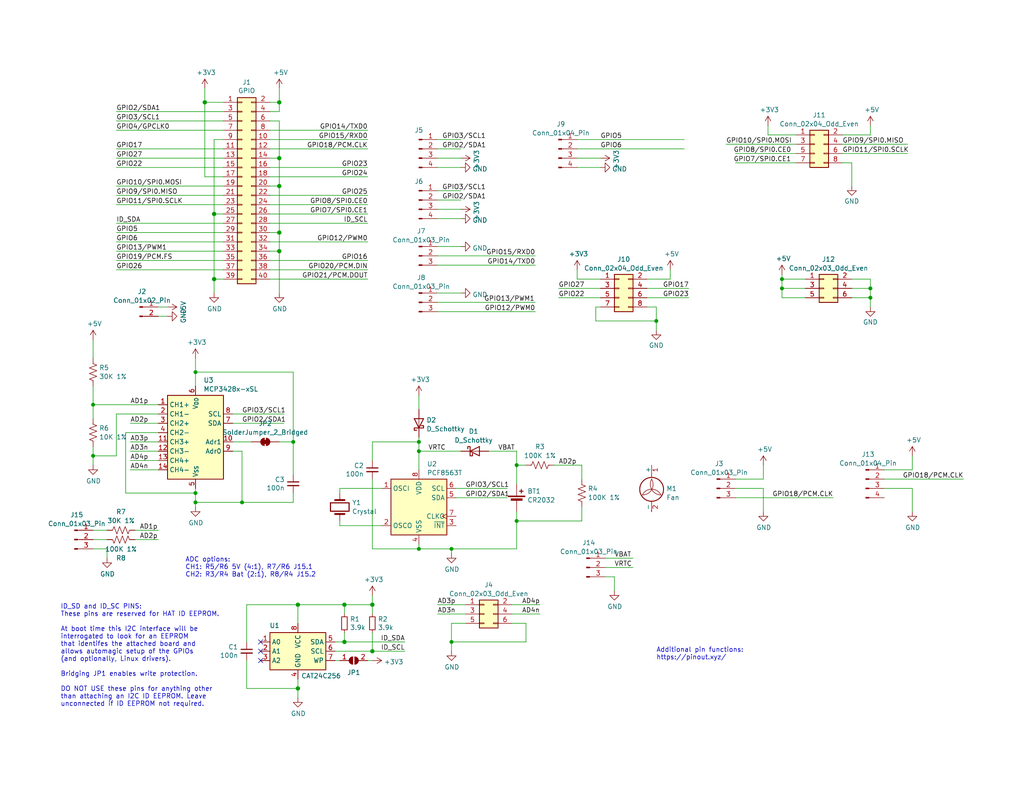
<source format=kicad_sch>
(kicad_sch (version 20231120) (generator "eeschema") (generator_version "8.0")
  (paper "A")
  (title_block (title "Raspberry Pi Essential Connectivity hat") (date "2024-05-03") (rev "1.1") (company "© 2024 Stephen A. Cavilia, CC BY-SA"))
  (lib_symbols
    (symbol "Analog_ADC:MCP3428x-xSL"
      (property "Reference" "U" (at -6.35 11.43 0))
      (property "Value" "MCP3428x-xSL" (at 1.27 11.43 0))
      (symbol "MCP3428x-xSL_1_1"
        (pin input line (at -10.16 7.62 0) (length 2.54) (name "CH1+") (number "1"))
        (pin input line (at 10.16 -2.54 180) (length 2.54) (name "Adr1") (number "10"))
        (pin input line (at -10.16 -2.54 0) (length 2.54) (name "CH3+") (number "11"))
        (pin input line (at -10.16 -5.08 0) (length 2.54) (name "CH3-") (number "12"))
        (pin input line (at -10.16 -7.62 0) (length 2.54) (name "CH4+") (number "13"))
        (pin input line (at -10.16 -10.16 0) (length 2.54) (name "CH4-") (number "14"))
        (pin input line (at -10.16 5.08 0) (length 2.54) (name "CH1-") (number "2"))
        (pin input line (at -10.16 2.54 0) (length 2.54) (name "CH2+") (number "3"))
        (pin input line (at -10.16 0 0) (length 2.54) (name "CH2-") (number "4"))
        (pin power_in line (at 0 -15.24 90) (length 2.54) (name "V_{SS}") (number "5"))
        (pin power_in line (at 0 12.7 270) (length 2.54) (name "V_{DD}") (number "6"))
        (pin bidirectional line (at 10.16 2.54 180) (length 2.54) (name "SDA") (number "7"))
        (pin input line (at 10.16 5.08 180) (length 2.54) (name "SCL") (number "8"))
        (pin input line (at 10.16 -5.08 180) (length 2.54) (name "Adr0") (number "9"))
      )
    )
    (symbol "Connector:Conn_01x02_Pin" (pin_names (offset 1.016) hide)
      (property "Reference" "J" (at 0 2.54 0))
      (property "Value" "Conn_01x02_Pin" (at 0 -5.08 0))
      (symbol "Conn_01x02_Pin_1_1"
        (pin passive line (at 5.08 0 180) (length 3.81) (name "Pin_1") (number "1"))
        (pin passive line (at 5.08 -2.54 180) (length 3.81) (name "Pin_2") (number "2"))
      )
    )
    (symbol "Connector:Conn_01x03_Pin" (pin_names (offset 1.016) hide)
      (property "Reference" "J" (at 0 5.08 0))
      (property "Value" "Conn_01x03_Pin" (at 0 -5.08 0))
      (symbol "Conn_01x03_Pin_1_1"
        (pin passive line (at 5.08 2.54 180) (length 3.81) (name "Pin_1") (number "1"))
        (pin passive line (at 5.08 0 180) (length 3.81) (name "Pin_2") (number "2"))
        (pin passive line (at 5.08 -2.54 180) (length 3.81) (name "Pin_3") (number "3"))
      )
    )
    (symbol "Connector:Conn_01x04_Male" (pin_names (offset 1.016) hide)
      (property "Reference" "J" (at 0 5.08 0))
      (property "Value" "Conn_01x04_Male" (at 0 -7.62 0))
      (symbol "Conn_01x04_Male_1_1"
        (pin passive line (at 5.08 2.54 180) (length 3.81) (name "Pin_1") (number "1"))
        (pin passive line (at 5.08 0 180) (length 3.81) (name "Pin_2") (number "2"))
        (pin passive line (at 5.08 -2.54 180) (length 3.81) (name "Pin_3") (number "3"))
        (pin passive line (at 5.08 -5.08 180) (length 3.81) (name "Pin_4") (number "4"))
      )
    )
    (symbol "Connector:Conn_01x04_Pin" (pin_names (offset 1.016) hide)
      (property "Reference" "J" (at 0 5.08 0))
      (property "Value" "Conn_01x04_Pin" (at 0 -7.62 0))
      (symbol "Conn_01x04_Pin_1_1"
        (pin passive line (at 5.08 2.54 180) (length 3.81) (name "Pin_1") (number "1"))
        (pin passive line (at 5.08 0 180) (length 3.81) (name "Pin_2") (number "2"))
        (pin passive line (at 5.08 -2.54 180) (length 3.81) (name "Pin_3") (number "3"))
        (pin passive line (at 5.08 -5.08 180) (length 3.81) (name "Pin_4") (number "4"))
      )
    )
    (symbol "Connector_Generic:Conn_02x03_Odd_Even" (pin_names (offset 1.016) hide)
      (property "Reference" "J" (at 1.27 5.08 0))
      (property "Value" "Conn_02x03_Odd_Even" (at 1.27 -5.08 0))
      (symbol "Conn_02x03_Odd_Even_1_1"
        (pin passive line (at -5.08 2.54 0) (length 3.81) (name "Pin_1") (number "1"))
        (pin passive line (at 7.62 2.54 180) (length 3.81) (name "Pin_2") (number "2"))
        (pin passive line (at -5.08 0 0) (length 3.81) (name "Pin_3") (number "3"))
        (pin passive line (at 7.62 0 180) (length 3.81) (name "Pin_4") (number "4"))
        (pin passive line (at -5.08 -2.54 0) (length 3.81) (name "Pin_5") (number "5"))
        (pin passive line (at 7.62 -2.54 180) (length 3.81) (name "Pin_6") (number "6"))
      )
    )
    (symbol "Connector_Generic:Conn_02x04_Odd_Even" (pin_names (offset 1.016) hide)
      (property "Reference" "J" (at 1.27 5.08 0))
      (property "Value" "Conn_02x04_Odd_Even" (at 1.27 -7.62 0))
      (symbol "Conn_02x04_Odd_Even_1_1"
        (pin passive line (at -5.08 2.54 0) (length 3.81) (name "Pin_1") (number "1"))
        (pin passive line (at 7.62 2.54 180) (length 3.81) (name "Pin_2") (number "2"))
        (pin passive line (at -5.08 0 0) (length 3.81) (name "Pin_3") (number "3"))
        (pin passive line (at 7.62 0 180) (length 3.81) (name "Pin_4") (number "4"))
        (pin passive line (at -5.08 -2.54 0) (length 3.81) (name "Pin_5") (number "5"))
        (pin passive line (at 7.62 -2.54 180) (length 3.81) (name "Pin_6") (number "6"))
        (pin passive line (at -5.08 -5.08 0) (length 3.81) (name "Pin_7") (number "7"))
        (pin passive line (at 7.62 -5.08 180) (length 3.81) (name "Pin_8") (number "8"))
      )
    )
    (symbol "Connector_Generic:Conn_02x20_Odd_Even" (pin_names (offset 1.016) hide)
      (property "Reference" "J" (at 1.27 25.4 0))
      (property "Value" "Conn_02x20_Odd_Even" (at 1.27 -27.94 0))
      (symbol "Conn_02x20_Odd_Even_1_1"
        (pin passive line (at -5.08 22.86 0) (length 3.81) (name "Pin_1") (number "1"))
        (pin passive line (at 7.62 12.7 180) (length 3.81) (name "Pin_10") (number "10"))
        (pin passive line (at -5.08 10.16 0) (length 3.81) (name "Pin_11") (number "11"))
        (pin passive line (at 7.62 10.16 180) (length 3.81) (name "Pin_12") (number "12"))
        (pin passive line (at -5.08 7.62 0) (length 3.81) (name "Pin_13") (number "13"))
        (pin passive line (at 7.62 7.62 180) (length 3.81) (name "Pin_14") (number "14"))
        (pin passive line (at -5.08 5.08 0) (length 3.81) (name "Pin_15") (number "15"))
        (pin passive line (at 7.62 5.08 180) (length 3.81) (name "Pin_16") (number "16"))
        (pin passive line (at -5.08 2.54 0) (length 3.81) (name "Pin_17") (number "17"))
        (pin passive line (at 7.62 2.54 180) (length 3.81) (name "Pin_18") (number "18"))
        (pin passive line (at -5.08 0 0) (length 3.81) (name "Pin_19") (number "19"))
        (pin passive line (at 7.62 22.86 180) (length 3.81) (name "Pin_2") (number "2"))
        (pin passive line (at 7.62 0 180) (length 3.81) (name "Pin_20") (number "20"))
        (pin passive line (at -5.08 -2.54 0) (length 3.81) (name "Pin_21") (number "21"))
        (pin passive line (at 7.62 -2.54 180) (length 3.81) (name "Pin_22") (number "22"))
        (pin passive line (at -5.08 -5.08 0) (length 3.81) (name "Pin_23") (number "23"))
        (pin passive line (at 7.62 -5.08 180) (length 3.81) (name "Pin_24") (number "24"))
        (pin passive line (at -5.08 -7.62 0) (length 3.81) (name "Pin_25") (number "25"))
        (pin passive line (at 7.62 -7.62 180) (length 3.81) (name "Pin_26") (number "26"))
        (pin passive line (at -5.08 -10.16 0) (length 3.81) (name "Pin_27") (number "27"))
        (pin passive line (at 7.62 -10.16 180) (length 3.81) (name "Pin_28") (number "28"))
        (pin passive line (at -5.08 -12.7 0) (length 3.81) (name "Pin_29") (number "29"))
        (pin passive line (at -5.08 20.32 0) (length 3.81) (name "Pin_3") (number "3"))
        (pin passive line (at 7.62 -12.7 180) (length 3.81) (name "Pin_30") (number "30"))
        (pin passive line (at -5.08 -15.24 0) (length 3.81) (name "Pin_31") (number "31"))
        (pin passive line (at 7.62 -15.24 180) (length 3.81) (name "Pin_32") (number "32"))
        (pin passive line (at -5.08 -17.78 0) (length 3.81) (name "Pin_33") (number "33"))
        (pin passive line (at 7.62 -17.78 180) (length 3.81) (name "Pin_34") (number "34"))
        (pin passive line (at -5.08 -20.32 0) (length 3.81) (name "Pin_35") (number "35"))
        (pin passive line (at 7.62 -20.32 180) (length 3.81) (name "Pin_36") (number "36"))
        (pin passive line (at -5.08 -22.86 0) (length 3.81) (name "Pin_37") (number "37"))
        (pin passive line (at 7.62 -22.86 180) (length 3.81) (name "Pin_38") (number "38"))
        (pin passive line (at -5.08 -25.4 0) (length 3.81) (name "Pin_39") (number "39"))
        (pin passive line (at 7.62 20.32 180) (length 3.81) (name "Pin_4") (number "4"))
        (pin passive line (at 7.62 -25.4 180) (length 3.81) (name "Pin_40") (number "40"))
        (pin passive line (at -5.08 17.78 0) (length 3.81) (name "Pin_5") (number "5"))
        (pin passive line (at 7.62 17.78 180) (length 3.81) (name "Pin_6") (number "6"))
        (pin passive line (at -5.08 15.24 0) (length 3.81) (name "Pin_7") (number "7"))
        (pin passive line (at 7.62 15.24 180) (length 3.81) (name "Pin_8") (number "8"))
        (pin passive line (at -5.08 12.7 0) (length 3.81) (name "Pin_9") (number "9"))
      )
    )
    (symbol "Device:Battery_Cell" (pin_numbers hide) (pin_names (offset 0) hide)
      (property "Reference" "BT" (at 2.54 2.54 0))
      (property "Value" "Battery_Cell" (at 2.54 0 0))
      (symbol "Battery_Cell_1_1"
        (pin passive line (at 0 5.08 270) (length 2.54) (name "+") (number "1"))
        (pin passive line (at 0 -2.54 90) (length 2.54) (name "-") (number "2"))
      )
    )
    (symbol "Device:C_Small" (pin_numbers hide) (pin_names (offset 0.254) hide)
      (property "Reference" "C" (at 0.254 1.778 0))
      (property "Value" "C_Small" (at 0.254 -2.032 0))
      (symbol "C_Small_1_1"
        (pin passive line (at 0 2.54 270) (length 2.032) (name "~") (number "1"))
        (pin passive line (at 0 -2.54 90) (length 2.032) (name "~") (number "2"))
      )
    )
    (symbol "Device:Crystal" (pin_numbers hide) (pin_names (offset 1.016) hide)
      (property "Reference" "Y" (at 0 3.81 0))
      (property "Value" "Crystal" (at 0 -3.81 0))
      (symbol "Crystal_1_1"
        (pin passive line (at -3.81 0 0) (length 1.27) (name "1") (number "1"))
        (pin passive line (at 3.81 0 180) (length 1.27) (name "2") (number "2"))
      )
    )
    (symbol "Device:D_Schottky" (pin_numbers hide) (pin_names (offset 1.016) hide)
      (property "Reference" "D" (at 0 2.54 0))
      (property "Value" "D_Schottky" (at 0 -2.54 0))
      (symbol "D_Schottky_1_1"
        (pin passive line (at -3.81 0 0) (length 2.54) (name "K") (number "1"))
        (pin passive line (at 3.81 0 180) (length 2.54) (name "A") (number "2"))
      )
    )
    (symbol "Device:R_Small" (pin_numbers hide) (pin_names (offset 0.254) hide)
      (property "Reference" "R" (at 0.762 0.508 0))
      (property "Value" "R_Small" (at 0.762 -1.016 0))
      (symbol "R_Small_1_1"
        (pin passive line (at 0 2.54 270) (length 0.762) (name "~") (number "1"))
        (pin passive line (at 0 -2.54 90) (length 0.762) (name "~") (number "2"))
      )
    )
    (symbol "Device:R_US" (pin_numbers hide) (pin_names (offset 0))
      (property "Reference" "R" (at 2.54 0 90))
      (property "Value" "R_US" (at -2.54 0 90))
      (symbol "R_US_1_1"
        (pin passive line (at 0 3.81 270) (length 1.27) (name "~") (number "1"))
        (pin passive line (at 0 -3.81 90) (length 1.27) (name "~") (number "2"))
      )
    )
    (symbol "Jumper:SolderJumper_2_Bridged" (pin_numbers hide) (pin_names (offset 0) hide) (exclude_from_sim yes) (in_bom no)
      (property "Reference" "JP" (at 0 2.032 0))
      (property "Value" "SolderJumper_2_Bridged" (at 0 -2.54 0))
      (symbol "SolderJumper_2_Bridged_1_1"
        (pin passive line (at -3.81 0 0) (length 2.54) (name "A") (number "1"))
        (pin passive line (at 3.81 0 180) (length 2.54) (name "B") (number "2"))
      )
    )
    (symbol "Jumper:SolderJumper_2_Open" (pin_names (offset 0) hide)
      (property "Reference" "JP" (at 0 2.032 0))
      (property "Value" "SolderJumper_2_Open" (at 0 -2.54 0))
      (symbol "SolderJumper_2_Open_1_1"
        (pin passive line (at -3.81 0 0) (length 2.54) (name "A") (number "1"))
        (pin passive line (at 3.81 0 180) (length 2.54) (name "B") (number "2"))
      )
    )
    (symbol "Memory_EEPROM:CAT24C256"
      (property "Reference" "U" (at -6.35 6.35 0))
      (property "Value" "CAT24C256" (at 1.27 6.35 0))
      (symbol "CAT24C256_1_1"
        (pin input line (at -10.16 2.54 0) (length 2.54) (name "A0") (number "1"))
        (pin input line (at -10.16 0 0) (length 2.54) (name "A1") (number "2"))
        (pin input line (at -10.16 -2.54 0) (length 2.54) (name "A2") (number "3"))
        (pin power_in line (at 0 -7.62 90) (length 2.54) (name "GND") (number "4"))
        (pin bidirectional line (at 10.16 2.54 180) (length 2.54) (name "SDA") (number "5"))
        (pin input line (at 10.16 0 180) (length 2.54) (name "SCL") (number "6"))
        (pin input line (at 10.16 -2.54 180) (length 2.54) (name "WP") (number "7"))
        (pin power_in line (at 0 7.62 270) (length 2.54) (name "VCC") (number "8"))
      )
    )
    (symbol "Motor:Fan" (pin_names (offset 0))
      (property "Reference" "M" (at 2.54 5.08 0))
      (property "Value" "Fan" (at 2.54 -2.54 0))
      (symbol "Fan_1_1"
        (pin passive line (at 0 7.62 270) (length 2.54) (name "+") (number "1"))
        (pin passive line (at 0 -5.08 90) (length 2.54) (name "-") (number "2"))
      )
    )
    (symbol "Timer_RTC:PCF8563T"
      (property "Reference" "U" (at -7.62 8.89 0))
      (property "Value" "PCF8563T" (at 2.54 8.89 0))
      (symbol "PCF8563T_1_1"
        (pin input line (at -10.16 5.08 0) (length 2.54) (name "OSCI") (number "1"))
        (pin output line (at -10.16 -5.08 0) (length 2.54) (name "OSCO") (number "2"))
        (pin output line (at 10.16 -5.08 180) (length 2.54) (name "~{INT}") (number "3"))
        (pin power_in line (at 0 -10.16 90) (length 2.54) (name "VSS") (number "4"))
        (pin bidirectional line (at 10.16 2.54 180) (length 2.54) (name "SDA") (number "5"))
        (pin input line (at 10.16 5.08 180) (length 2.54) (name "SCL") (number "6"))
        (pin output clock (at 10.16 -2.54 180) (length 2.54) (name "CLKO") (number "7"))
        (pin power_in line (at 0 10.16 270) (length 2.54) (name "VDD") (number "8"))
      )
    )
    (symbol "power:+3.3V" (power) (pin_names (offset 0))
      (property "Value" "+3.3V" (at 0 3.556 0))
      (symbol "+3.3V_1_1"
        (pin power_in line (at 0 0 90) (length 0) hide (name "+3V3") (number "1"))
      )
    )
    (symbol "power:+5V" (power) (pin_names (offset 0))
      (property "Value" "+5V" (at 0 3.556 0))
      (symbol "+5V_1_1"
        (pin power_in line (at 0 0 90) (length 0) hide (name "+5V") (number "1"))
      )
    )
    (symbol "power:GND" (power) (pin_names (offset 0))
      (property "Value" "GND" (at 0 -3.81 0))
      (symbol "GND_1_1"
        (pin power_in line (at 0 0 270) (length 0) hide (name "GND") (number "1"))
      )
    )
  )
  (junction (at 213.36 76.2))
  (junction (at 93.98 175.26) (diameter 1.016))
  (junction (at 76.2 27.94) (diameter 1.016))
  (junction (at 81.28 187.96) (diameter 1.016))
  (junction (at 76.2 43.18) (diameter 1.016))
  (junction (at 81.28 165.1) (diameter 1.016))
  (junction (at 80.01 120.65))
  (junction (at 101.6 165.1) (diameter 1.016))
  (junction (at 25.4 124.46))
  (junction (at 140.97 127))
  (junction (at 114.3 149.86))
  (junction (at 140.97 142.24))
  (junction (at 237.49 78.74))
  (junction (at 66.04 137.16))
  (junction (at 179.07 87.63))
  (junction (at 58.42 76.2) (diameter 1.016))
  (junction (at 123.19 175.26))
  (junction (at 58.42 58.42) (diameter 1.016))
  (junction (at 114.3 120.65))
  (junction (at 76.2 68.58) (diameter 1.016))
  (junction (at 25.4 110.49))
  (junction (at 114.3 123.19))
  (junction (at 53.34 101.6))
  (junction (at 213.36 78.74))
  (junction (at 53.34 137.16))
  (junction (at 76.2 63.5) (diameter 1.016))
  (junction (at 53.34 134.62))
  (junction (at 76.2 50.8) (diameter 1.016))
  (junction (at 237.49 81.28))
  (junction (at 101.6 177.8) (diameter 1.016))
  (junction (at 123.19 149.86))
  (junction (at 55.88 27.94) (diameter 1.016))
  (junction (at 93.98 165.1) (diameter 1.016))
  (no_connect (at 71.12 175.26))
  (no_connect (at 71.12 177.8))
  (no_connect (at 71.12 180.34))
  (wire (pts (xy 92.71 134.62) (xy 92.71 133.35)))
  (wire (pts (xy 158.75 142.24) (xy 158.75 138.43)))
  (wire (pts (xy 123.19 149.86) (xy 140.97 149.86)))
  (wire (pts (xy 176.53 78.74) (xy 187.96 78.74)))
  (wire (pts (xy 58.42 58.42) (xy 58.42 76.2)))
  (wire (pts (xy 73.66 58.42) (xy 100.33 58.42)))
  (wire (pts (xy 123.19 170.18) (xy 123.19 175.26)))
  (wire (pts (xy 60.96 40.64) (xy 31.75 40.64)))
  (wire (pts (xy 81.28 165.1) (xy 93.98 165.1)))
  (wire (pts (xy 101.6 165.1) (xy 93.98 165.1)))
  (wire (pts (xy 101.6 167.64) (xy 101.6 165.1)))
  (wire (pts (xy 140.97 149.86) (xy 140.97 142.24)))
  (wire (pts (xy 232.41 76.2) (xy 237.49 76.2)))
  (wire (pts (xy 76.2 33.02) (xy 76.2 43.18)))
  (wire (pts (xy 25.4 110.49) (xy 43.18 110.49)))
  (wire (pts (xy 119.38 69.85) (xy 146.05 69.85)))
  (wire (pts (xy 76.2 50.8) (xy 73.66 50.8)))
  (wire (pts (xy 248.92 124.46) (xy 248.92 128.27)))
  (wire (pts (xy 237.49 34.29) (xy 237.49 36.83)))
  (wire (pts (xy 229.87 44.45) (xy 232.41 44.45)))
  (wire (pts (xy 76.2 63.5) (xy 76.2 68.58)))
  (wire (pts (xy 182.88 76.2) (xy 176.53 76.2)))
  (wire (pts (xy 101.6 125.73) (xy 101.6 120.65)))
  (wire (pts (xy 123.19 175.26) (xy 143.51 175.26)))
  (wire (pts (xy 179.07 83.82) (xy 179.07 87.63)))
  (wire (pts (xy 43.18 86.36) (xy 45.72 86.36)))
  (wire (pts (xy 213.36 81.28) (xy 213.36 78.74)))
  (wire (pts (xy 208.28 130.81) (xy 200.66 130.81)))
  (wire (pts (xy 43.18 83.82) (xy 45.72 83.82)))
  (wire (pts (xy 200.66 41.91) (xy 217.17 41.91)))
  (wire (pts (xy 158.75 127) (xy 158.75 130.81)))
  (wire (pts (xy 76.2 50.8) (xy 76.2 63.5)))
  (wire (pts (xy 187.96 81.28) (xy 176.53 81.28)))
  (wire (pts (xy 232.41 81.28) (xy 237.49 81.28)))
  (wire (pts (xy 114.3 148.59) (xy 114.3 149.86)))
  (wire (pts (xy 73.66 35.56) (xy 100.33 35.56)))
  (wire (pts (xy 119.38 38.1) (xy 125.73 38.1)))
  (wire (pts (xy 101.6 120.65) (xy 114.3 120.65)))
  (wire (pts (xy 58.42 38.1) (xy 58.42 58.42)))
  (wire (pts (xy 91.44 175.26) (xy 93.98 175.26)))
  (wire (pts (xy 93.98 175.26) (xy 110.49 175.26)))
  (wire (pts (xy 152.4 81.28) (xy 163.83 81.28)))
  (wire (pts (xy 143.51 170.18) (xy 139.7 170.18)))
  (wire (pts (xy 34.29 118.11) (xy 43.18 118.11)))
  (wire (pts (xy 219.71 78.74) (xy 213.36 78.74)))
  (wire (pts (xy 36.83 147.32) (xy 43.18 147.32)))
  (wire (pts (xy 58.42 38.1) (xy 60.96 38.1)))
  (wire (pts (xy 91.44 180.34) (xy 92.71 180.34)))
  (wire (pts (xy 100.33 180.34) (xy 101.6 180.34)))
  (wire (pts (xy 73.66 55.88) (xy 100.33 55.88)))
  (wire (pts (xy 147.32 165.1) (xy 139.7 165.1)))
  (wire (pts (xy 165.1 157.48) (xy 167.64 157.48)))
  (wire (pts (xy 60.96 60.96) (xy 31.75 60.96)))
  (wire (pts (xy 119.38 52.07) (xy 125.73 52.07)))
  (wire (pts (xy 80.01 120.65) (xy 80.01 129.54)))
  (wire (pts (xy 31.75 63.5) (xy 60.96 63.5)))
  (wire (pts (xy 140.97 123.19) (xy 140.97 127)))
  (wire (pts (xy 31.75 113.03) (xy 43.18 113.03)))
  (wire (pts (xy 119.38 54.61) (xy 125.73 54.61)))
  (wire (pts (xy 25.4 147.32) (xy 29.21 147.32)))
  (wire (pts (xy 248.92 128.27) (xy 241.3 128.27)))
  (wire (pts (xy 58.42 58.42) (xy 60.96 58.42)))
  (wire (pts (xy 25.4 149.86) (xy 29.21 149.86)))
  (wire (pts (xy 101.6 162.56) (xy 101.6 165.1)))
  (wire (pts (xy 73.66 45.72) (xy 100.33 45.72)))
  (wire (pts (xy 81.28 165.1) (xy 81.28 170.18)))
  (wire (pts (xy 101.6 149.86) (xy 114.3 149.86)))
  (wire (pts (xy 232.41 78.74) (xy 237.49 78.74)))
  (wire (pts (xy 35.56 115.57) (xy 43.18 115.57)))
  (wire (pts (xy 147.32 167.64) (xy 139.7 167.64)))
  (wire (pts (xy 213.36 74.93) (xy 213.36 76.2)))
  (wire (pts (xy 73.66 76.2) (xy 100.33 76.2)))
  (wire (pts (xy 58.42 76.2) (xy 58.42 80.01)))
  (wire (pts (xy 31.75 43.18) (xy 60.96 43.18)))
  (wire (pts (xy 163.83 83.82) (xy 162.56 83.82)))
  (wire (pts (xy 101.6 172.72) (xy 101.6 177.8)))
  (wire (pts (xy 55.88 24.13) (xy 55.88 27.94)))
  (wire (pts (xy 119.38 85.09) (xy 146.05 85.09)))
  (wire (pts (xy 125.73 123.19) (xy 114.3 123.19)))
  (wire (pts (xy 119.38 165.1) (xy 127 165.1)))
  (wire (pts (xy 237.49 81.28) (xy 237.49 83.82)))
  (wire (pts (xy 127 170.18) (xy 123.19 170.18)))
  (wire (pts (xy 76.2 68.58) (xy 73.66 68.58)))
  (wire (pts (xy 123.19 149.86) (xy 123.19 151.13)))
  (wire (pts (xy 53.34 137.16) (xy 53.34 138.43)))
  (wire (pts (xy 31.75 33.02) (xy 60.96 33.02)))
  (wire (pts (xy 162.56 87.63) (xy 179.07 87.63)))
  (wire (pts (xy 140.97 127) (xy 140.97 132.08)))
  (wire (pts (xy 35.56 123.19) (xy 43.18 123.19)))
  (wire (pts (xy 53.34 134.62) (xy 53.34 137.16)))
  (wire (pts (xy 31.75 55.88) (xy 60.96 55.88)))
  (wire (pts (xy 63.5 115.57) (xy 77.47 115.57)))
  (wire (pts (xy 119.38 80.01) (xy 125.73 80.01)))
  (wire (pts (xy 53.34 101.6) (xy 80.01 101.6)))
  (wire (pts (xy 55.88 48.26) (xy 60.96 48.26)))
  (wire (pts (xy 200.66 44.45) (xy 217.17 44.45)))
  (wire (pts (xy 140.97 142.24) (xy 140.97 139.7)))
  (wire (pts (xy 157.48 40.64) (xy 186.69 40.64)))
  (wire (pts (xy 60.96 30.48) (xy 31.75 30.48)))
  (wire (pts (xy 25.4 92.71) (xy 25.4 97.79)))
  (wire (pts (xy 80.01 137.16) (xy 66.04 137.16)))
  (wire (pts (xy 34.29 118.11) (xy 34.29 134.62)))
  (wire (pts (xy 209.55 36.83) (xy 217.17 36.83)))
  (wire (pts (xy 76.2 27.94) (xy 76.2 30.48)))
  (wire (pts (xy 53.34 101.6) (xy 53.34 105.41)))
  (wire (pts (xy 119.38 40.64) (xy 125.73 40.64)))
  (wire (pts (xy 76.2 43.18) (xy 76.2 50.8)))
  (wire (pts (xy 119.38 59.69) (xy 125.73 59.69)))
  (wire (pts (xy 73.66 40.64) (xy 100.33 40.64)))
  (wire (pts (xy 200.66 135.89) (xy 227.33 135.89)))
  (wire (pts (xy 76.2 43.18) (xy 73.66 43.18)))
  (wire (pts (xy 80.01 134.62) (xy 80.01 137.16)))
  (wire (pts (xy 248.92 133.35) (xy 248.92 139.7)))
  (wire (pts (xy 157.48 73.66) (xy 157.48 76.2)))
  (wire (pts (xy 237.49 36.83) (xy 229.87 36.83)))
  (wire (pts (xy 76.2 24.13) (xy 76.2 27.94)))
  (wire (pts (xy 80.01 120.65) (xy 80.01 101.6)))
  (wire (pts (xy 36.83 144.78) (xy 43.18 144.78)))
  (wire (pts (xy 31.75 35.56) (xy 60.96 35.56)))
  (wire (pts (xy 93.98 165.1) (xy 93.98 167.64)))
  (wire (pts (xy 76.2 27.94) (xy 73.66 27.94)))
  (wire (pts (xy 208.28 127) (xy 208.28 130.81)))
  (wire (pts (xy 55.88 27.94) (xy 55.88 48.26)))
  (wire (pts (xy 73.66 48.26) (xy 100.33 48.26)))
  (wire (pts (xy 73.66 38.1) (xy 100.33 38.1)))
  (wire (pts (xy 124.46 133.35) (xy 138.43 133.35)))
  (wire (pts (xy 93.98 172.72) (xy 93.98 175.26)))
  (wire (pts (xy 91.44 177.8) (xy 101.6 177.8)))
  (wire (pts (xy 101.6 177.8) (xy 110.49 177.8)))
  (wire (pts (xy 25.4 144.78) (xy 29.21 144.78)))
  (wire (pts (xy 241.3 130.81) (xy 262.89 130.81)))
  (wire (pts (xy 25.4 121.92) (xy 25.4 124.46)))
  (wire (pts (xy 25.4 105.41) (xy 25.4 110.49)))
  (wire (pts (xy 31.75 45.72) (xy 60.96 45.72)))
  (wire (pts (xy 31.75 53.34) (xy 60.96 53.34)))
  (wire (pts (xy 208.28 133.35) (xy 208.28 139.7)))
  (wire (pts (xy 119.38 57.15) (xy 125.73 57.15)))
  (wire (pts (xy 29.21 149.86) (xy 29.21 152.4)))
  (wire (pts (xy 179.07 87.63) (xy 179.07 90.17)))
  (wire (pts (xy 229.87 39.37) (xy 247.65 39.37)))
  (wire (pts (xy 34.29 134.62) (xy 53.34 134.62)))
  (wire (pts (xy 31.75 66.04) (xy 60.96 66.04)))
  (wire (pts (xy 217.17 39.37) (xy 198.12 39.37)))
  (wire (pts (xy 182.88 73.66) (xy 182.88 76.2)))
  (wire (pts (xy 76.2 30.48) (xy 73.66 30.48)))
  (wire (pts (xy 157.48 38.1) (xy 186.69 38.1)))
  (wire (pts (xy 31.75 71.12) (xy 60.96 71.12)))
  (wire (pts (xy 200.66 133.35) (xy 208.28 133.35)))
  (wire (pts (xy 157.48 43.18) (xy 163.83 43.18)))
  (wire (pts (xy 25.4 110.49) (xy 25.4 114.3)))
  (wire (pts (xy 229.87 41.91) (xy 247.65 41.91)))
  (wire (pts (xy 73.66 71.12) (xy 100.33 71.12)))
  (wire (pts (xy 232.41 44.45) (xy 232.41 50.8)))
  (wire (pts (xy 167.64 157.48) (xy 167.64 161.29)))
  (wire (pts (xy 73.66 66.04) (xy 100.33 66.04)))
  (wire (pts (xy 58.42 76.2) (xy 60.96 76.2)))
  (wire (pts (xy 35.56 125.73) (xy 43.18 125.73)))
  (wire (pts (xy 73.66 73.66) (xy 100.33 73.66)))
  (wire (pts (xy 114.3 119.38) (xy 114.3 120.65)))
  (wire (pts (xy 162.56 83.82) (xy 162.56 87.63)))
  (wire (pts (xy 35.56 120.65) (xy 43.18 120.65)))
  (wire (pts (xy 114.3 107.95) (xy 114.3 111.76)))
  (wire (pts (xy 119.38 82.55) (xy 146.05 82.55)))
  (wire (pts (xy 76.2 33.02) (xy 73.66 33.02)))
  (wire (pts (xy 92.71 143.51) (xy 92.71 142.24)))
  (wire (pts (xy 31.75 73.66) (xy 60.96 73.66)))
  (wire (pts (xy 143.51 175.26) (xy 143.51 170.18)))
  (wire (pts (xy 119.38 67.31) (xy 125.73 67.31)))
  (wire (pts (xy 140.97 127) (xy 143.51 127)))
  (wire (pts (xy 140.97 142.24) (xy 158.75 142.24)))
  (wire (pts (xy 63.5 113.03) (xy 77.47 113.03)))
  (wire (pts (xy 53.34 97.79) (xy 53.34 101.6)))
  (wire (pts (xy 237.49 78.74) (xy 237.49 81.28)))
  (wire (pts (xy 123.19 175.26) (xy 123.19 177.8)))
  (wire (pts (xy 165.1 152.4) (xy 172.72 152.4)))
  (wire (pts (xy 157.48 76.2) (xy 163.83 76.2)))
  (wire (pts (xy 241.3 133.35) (xy 248.92 133.35)))
  (wire (pts (xy 157.48 45.72) (xy 163.83 45.72)))
  (wire (pts (xy 67.31 165.1) (xy 67.31 175.26)))
  (wire (pts (xy 67.31 180.34) (xy 67.31 187.96)))
  (wire (pts (xy 67.31 187.96) (xy 81.28 187.96)))
  (wire (pts (xy 81.28 165.1) (xy 67.31 165.1)))
  (wire (pts (xy 165.1 154.94) (xy 172.72 154.94)))
  (wire (pts (xy 124.46 135.89) (xy 138.43 135.89)))
  (wire (pts (xy 81.28 185.42) (xy 81.28 187.96)))
  (wire (pts (xy 81.28 187.96) (xy 81.28 190.5)))
  (wire (pts (xy 92.71 133.35) (xy 104.14 133.35)))
  (wire (pts (xy 31.75 113.03) (xy 31.75 124.46)))
  (wire (pts (xy 114.3 149.86) (xy 123.19 149.86)))
  (wire (pts (xy 76.2 68.58) (xy 76.2 80.01)))
  (wire (pts (xy 133.35 123.19) (xy 140.97 123.19)))
  (wire (pts (xy 73.66 53.34) (xy 100.33 53.34)))
  (wire (pts (xy 60.96 68.58) (xy 31.75 68.58)))
  (wire (pts (xy 119.38 167.64) (xy 127 167.64)))
  (wire (pts (xy 219.71 81.28) (xy 213.36 81.28)))
  (wire (pts (xy 119.38 72.39) (xy 146.05 72.39)))
  (wire (pts (xy 176.53 83.82) (xy 179.07 83.82)))
  (wire (pts (xy 66.04 137.16) (xy 53.34 137.16)))
  (wire (pts (xy 31.75 124.46) (xy 25.4 124.46)))
  (wire (pts (xy 76.2 63.5) (xy 73.66 63.5)))
  (wire (pts (xy 152.4 78.74) (xy 163.83 78.74)))
  (wire (pts (xy 213.36 78.74) (xy 213.36 76.2)))
  (wire (pts (xy 55.88 27.94) (xy 60.96 27.94)))
  (wire (pts (xy 63.5 123.19) (xy 66.04 123.19)))
  (wire (pts (xy 66.04 123.19) (xy 66.04 137.16)))
  (wire (pts (xy 63.5 120.65) (xy 68.58 120.65)))
  (wire (pts (xy 35.56 128.27) (xy 43.18 128.27)))
  (wire (pts (xy 101.6 130.81) (xy 101.6 149.86)))
  (wire (pts (xy 53.34 133.35) (xy 53.34 134.62)))
  (wire (pts (xy 119.38 43.18) (xy 125.73 43.18)))
  (wire (pts (xy 60.96 50.8) (xy 31.75 50.8)))
  (wire (pts (xy 73.66 60.96) (xy 100.33 60.96)))
  (wire (pts (xy 76.2 120.65) (xy 80.01 120.65)))
  (wire (pts (xy 104.14 143.51) (xy 92.71 143.51)))
  (wire (pts (xy 114.3 120.65) (xy 114.3 123.19)))
  (wire (pts (xy 25.4 124.46) (xy 25.4 127)))
  (wire (pts (xy 114.3 123.19) (xy 114.3 128.27)))
  (wire (pts (xy 209.55 34.29) (xy 209.55 36.83)))
  (wire (pts (xy 213.36 76.2) (xy 219.71 76.2)))
  (wire (pts (xy 158.75 127) (xy 151.13 127)))
  (wire (pts (xy 119.38 45.72) (xy 125.73 45.72)))
  (wire (pts (xy 237.49 76.2) (xy 237.49 78.74)))
  (text "Additional pin functions:\nhttps://pinout.xyz/" (at 179.07 180.34 0) (effects (font (size 1.27 1.27)) (justify left bottom)))
  (text "ID_SD and ID_SC PINS:\nThese pins are reserved for HAT ID EEPROM.\n\nAt boot time this I2C interface will be\ninterrogated to look for an EEPROM\nthat identifes the attached board and\nallows automagic setup of the GPIOs\n(and optionally, Linux drivers).\n\nBridging JP1 enables write protection.\n\nDO NOT USE these pins for anything other\nthan attaching an I2C ID EEPROM. Leave\nunconnected if ID EEPROM not required." (at 16.51 193.04 0) (effects (font (size 1.27 1.27)) (justify left bottom)))
  (text "ADC options:\nCH1: R5/R6 5V (4:1), R7/R6 J15.1\nCH2: R3/R4 Bat (2:1), R8/R4 J15.2" (at 50.546 154.94 0) (effects (font (size 1.27 1.27)) (justify left)))
  (label "AD4p" (at 35.56 125.73 0))
  (label "GPIO9{slash}SPI0.MISO" (at 229.87 39.37 0))
  (label "ID_SDA" (at 31.75 60.96 0))
  (label "GPIO11{slash}SPI0.SCLK" (at 229.87 41.91 0))
  (label "GPIO8{slash}SPI0.CE0" (at 215.9 41.91 180))
  (label "GPIO6" (at 31.75 66.04 0))
  (label "GPIO7{slash}SPI0.CE1" (at 215.9 44.45 180))
  (label "GPIO13{slash}PWM1" (at 132.08 82.55 0))
  (label "ID_SDA" (at 110.49 175.26 180))
  (label "GPIO2{slash}SDA1" (at 66.04 115.57 0))
  (label "AD3p" (at 119.38 165.1 0))
  (label "GPIO23" (at 187.96 81.28 180))
  (label "AD3n" (at 119.38 167.64 0))
  (label "ID_SCL" (at 100.33 60.96 180))
  (label "GPIO5" (at 31.75 63.5 0))
  (label "GPIO22" (at 152.4 81.28 0))
  (label "GPIO5" (at 163.83 38.1 0))
  (label "GPIO21{slash}PCM.DOUT" (at 100.33 76.2 180))
  (label "GPIO19{slash}PCM.FS" (at 31.75 71.12 0))
  (label "GPIO10{slash}SPI0.MOSI" (at 31.75 50.8 0))
  (label "GPIO9{slash}SPI0.MISO" (at 31.75 53.34 0))
  (label "AD3n" (at 35.56 123.19 0))
  (label "GPIO23" (at 100.33 45.72 180))
  (label "GPIO17" (at 187.96 78.74 180))
  (label "GPIO4{slash}GPCLK0" (at 31.75 35.56 0))
  (label "GPIO27" (at 31.75 43.18 0))
  (label "AD4n" (at 147.32 167.64 180))
  (label "GPIO3{slash}SCL1" (at 120.65 38.1 0))
  (label "AD4p" (at 147.32 165.1 180))
  (label "GPIO26" (at 31.75 73.66 0))
  (label "GPIO14{slash}TXD0" (at 100.33 35.56 180))
  (label "GPIO8{slash}SPI0.CE0" (at 100.33 55.88 180))
  (label "GPIO15{slash}RXD0" (at 100.33 38.1 180))
  (label "GPIO16" (at 100.33 71.12 180))
  (label "VBAT" (at 167.64 152.4 0))
  (label "GPIO6" (at 163.83 40.64 0))
  (label "GPIO2{slash}SDA1" (at 120.65 54.61 0))
  (label "AD4n" (at 35.56 128.27 0))
  (label "GPIO12{slash}PWM0" (at 146.05 85.09 180))
  (label "VRTC" (at 116.84 123.19 0))
  (label "GPIO22" (at 31.75 45.72 0))
  (label "VBAT" (at 135.89 123.19 0))
  (label "AD2p" (at 35.56 115.57 0))
  (label "GPIO18{slash}PCM.CLK" (at 227.33 135.89 180))
  (label "GPIO27" (at 152.4 78.74 0))
  (label "GPIO2{slash}SDA1" (at 31.75 30.48 0))
  (label "GPIO17" (at 31.75 40.64 0))
  (label "GPIO3{slash}SCL1" (at 66.04 113.03 0))
  (label "AD1p" (at 38.1 144.78 0))
  (label "GPIO25" (at 100.33 53.34 180))
  (label "GPIO10{slash}SPI0.MOSI" (at 198.12 39.37 0))
  (label "GPIO14{slash}TXD0" (at 146.05 72.39 180))
  (label "GPIO18{slash}PCM.CLK" (at 262.89 130.81 180))
  (label "GPIO2{slash}SDA1" (at 127 135.89 0))
  (label "GPIO3{slash}SCL1" (at 127 133.35 0))
  (label "GPIO3{slash}SCL1" (at 31.75 33.02 0))
  (label "GPIO18{slash}PCM.CLK" (at 100.33 40.64 180))
  (label "GPIO12{slash}PWM0" (at 100.33 66.04 180))
  (label "GPIO13{slash}PWM1" (at 31.75 68.58 0))
  (label "GPIO20{slash}PCM.DIN" (at 100.33 73.66 180))
  (label "AD1p" (at 35.56 110.49 0))
  (label "GPIO24" (at 100.33 48.26 180))
  (label "GPIO7{slash}SPI0.CE1" (at 100.33 58.42 180))
  (label "VRTC" (at 167.64 154.94 0))
  (label "AD2p" (at 152.4 127 0))
  (label "GPIO2{slash}SDA1" (at 120.65 40.64 0))
  (label "AD3p" (at 35.56 120.65 0))
  (label "ID_SCL" (at 110.49 177.8 180))
  (label "AD2p" (at 38.1 147.32 0))
  (label "GPIO3{slash}SCL1" (at 120.65 52.07 0))
  (label "GPIO15{slash}RXD0" (at 146.05 69.85 180))
  (label "GPIO11{slash}SPI0.SCLK" (at 31.75 55.88 0))
  (symbol (lib_id "power:+5V") (at 76.2 24.13 0) (unit 1)
    (property "Reference" "#PWR01" (effects (hide yes)))
    (property "Value" "+5V" (at 76.5683 19.8056 0))
  )
  (symbol (lib_id "power:+3.3V") (at 55.88 24.13 0) (unit 1)
    (property "Reference" "#PWR04" (effects (hide yes)))
    (property "Value" "+3V3" (at 56.2483 19.8056 0))
  )
  (symbol (lib_id "power:GND") (at 76.2 80.01 0) (unit 1)
    (property "Reference" "#PWR02" (effects (hide yes)))
    (property "Value" "GND" (at 76.3143 84.3344 0))
  )
  (symbol (lib_id "power:GND") (at 58.42 80.01 0) (unit 1)
    (property "Reference" "#PWR03" (effects (hide yes)))
    (property "Value" "GND" (at 58.5343 84.3344 0))
  )
  (symbol (lib_id "Connector_Generic:Conn_02x20_Odd_Even") (at 66.04 50.8 0) (unit 1)
    (property "Reference" "J1" (at 67.31 22.4598 0))
    (property "Value" "GPIO" (at 67.31 24.765 0))
    (property "Footprint" "Connector_PinSocket_2.54mm:PinSocket_2x20_P2.54mm_Vertical" (effects (hide yes)))
  )
  (symbol (lib_id "power:GND") (at 125.73 59.69 90) (unit 1)
    (property "Reference" "#PWR019" (effects (hide yes)))
    (property "Value" "GND" (at 128.905 60.1238 90) (effects (justify right)))
  )
  (symbol (lib_id "Device:R_US") (at 33.02 147.32 270) (mirror x) (unit 1)
    (property "Reference" "R8" (at 33.02 152.3535 90))
    (property "Value" "100K 1%" (at 33.02 149.9292 90))
    (property "Footprint" "Resistor_SMD:R_0805_2012Metric_Pad1.20x1.40mm_HandSolder" (effects (hide yes)))
    (property "Description" "Resistor, US symbol" (effects (hide yes)))
  )
  (symbol (lib_id "Connector:Conn_01x04_Male") (at 114.3 40.64 0) (unit 1)
    (property "Reference" "J5" (at 114.3 35.56 0))
    (property "Value" "Conn_01x04_Male" (effects (hide yes)))
    (property "Footprint" "Connector_JST:JST_PH_B4B-PH-K_1x04_P2.00mm_Vertical" (effects (hide yes)))
  )
  (symbol (lib_id "power:GND") (at 45.72 86.36 90) (unit 1)
    (property "Reference" "#PWR010" (effects (hide yes)))
    (property "Value" "GND" (at 50.0444 86.2457 0))
  )
  (symbol (lib_id "Device:C_Small") (at 67.31 177.8 0) (unit 1)
    (property "Reference" "C1" (at 64.9858 176.6506 0) (effects (justify right)))
    (property "Value" "100n" (at 64.9858 178.9493 0) (effects (justify right)))
    (property "Footprint" "Capacitor_SMD:C_0805_2012Metric_Pad1.18x1.45mm_HandSolder" (effects (hide yes)))
  )
  (symbol (lib_id "Analog_ADC:MCP3428x-xSL") (at 53.34 118.11 0) (unit 1)
    (property "Reference" "U3" (at 55.5341 103.8055 0) (effects (justify left)))
    (property "Value" "MCP3428x-xSL" (at 55.5341 106.2298 0) (effects (justify left)))
    (property "Footprint" "Package_SO:SOIC-14_3.9x8.7mm_P1.27mm" (effects (hide yes)))
    (property "Datasheet" "http://ww1.microchip.com/downloads/en/DeviceDoc/22226a.pdf" (effects (hide yes)))
    (property "Description" "16-Bit, Multi-Channel ΔΣ Analog-to-Digital Converter with I2C Interface and On-Board Reference, SOIC-14" (effects (hide yes)))
  )
  (symbol (lib_id "power:+3.3V") (at 125.73 43.18 270) (unit 1)
    (property "Reference" "#PWR016" (effects (hide yes)))
    (property "Value" "+3V3" (at 130.0544 43.5483 0))
  )
  (symbol (lib_id "power:GND") (at 123.19 151.13 0) (unit 1)
    (property "Reference" "#PWR07" (effects (hide yes)))
    (property "Value" "GND" (at 123.3043 155.4544 0))
  )
  (symbol (lib_id "power:+3.3V") (at 209.55 34.29 0) (unit 1)
    (property "Reference" "#PWR027" (effects (hide yes)))
    (property "Value" "+3V3" (at 209.9183 29.9656 0))
  )
  (symbol (lib_id "power:GND") (at 248.92 139.7 0) (unit 1)
    (property "Reference" "#PWR033" (effects (hide yes)))
    (property "Value" "GND" (at 249.0343 144.0244 0))
  )
  (symbol (lib_id "Connector:Conn_01x03_Pin") (at 114.3 69.85 0) (unit 1)
    (property "Reference" "J7" (at 114.935 63.0893 0))
    (property "Value" "Conn_01x03_Pin" (at 114.935 65.5136 0))
    (property "Footprint" "Connector_PinHeader_2.54mm:PinHeader_1x03_P2.54mm_Vertical" (effects (hide yes)))
    (property "Description" "Generic connector, single row, 01x03, script generated" (effects (hide yes)))
  )
  (symbol (lib_id "Connector:Conn_01x02_Pin") (at 38.1 83.82 0) (unit 1)
    (property "Reference" "J2" (at 38.735 79.5993 0))
    (property "Value" "Conn_01x02_Pin" (at 38.735 82.0236 0))
    (property "Footprint" "Connector_JST:JST_PH_B2B-PH-K_1x02_P2.00mm_Vertical" (effects (hide yes)))
    (property "Description" "Generic connector, single row, 01x02, script generated" (effects (hide yes)))
  )
  (symbol (lib_id "Device:R_Small") (at 93.98 170.18 0) (unit 1)
    (property "Reference" "R1" (at 95.4786 169.037 0) (effects (justify left)))
    (property "Value" "3.9k" (at 95.4787 171.3293 0) (effects (justify left)))
    (property "Footprint" "Resistor_SMD:R_0805_2012Metric_Pad1.20x1.40mm_HandSolder" (effects (hide yes)))
  )
  (symbol (lib_id "Device:C_Small") (at 101.6 128.27 0) (unit 1)
    (property "Reference" "C2" (at 99.2758 127.1206 0) (effects (justify right)))
    (property "Value" "100n" (at 99.2758 129.4193 0) (effects (justify right)))
    (property "Footprint" "Capacitor_SMD:C_0805_2012Metric_Pad1.18x1.45mm_HandSolder" (effects (hide yes)))
  )
  (symbol (lib_id "power:+3.3V") (at 163.83 43.18 270) (unit 1)
    (property "Reference" "#PWR022" (effects (hide yes)))
    (property "Value" "+3V3" (at 168.1544 43.5483 0))
  )
  (symbol (lib_id "Connector_Generic:Conn_02x03_Odd_Even") (at 132.08 167.64 0) (unit 1)
    (property "Reference" "J4" (at 133.35 159.6855 0))
    (property "Value" "Conn_02x03_Odd_Even" (at 133.35 162.1098 0))
    (property "Footprint" "Connector_PinHeader_2.54mm:PinHeader_2x03_P2.54mm_Vertical" (effects (hide yes)))
    (property "Description" "Generic connector, double row, 02x03, odd/even pin numbering scheme (row 1 odd numbers, row 2 even numbers), script generated (kicad-library-utils/schlib/autogen/connector/)" (effects (hide yes)))
  )
  (symbol (lib_id "Device:R_US") (at 25.4 101.6 180) (unit 1)
    (property "Reference" "R5" (at 27.051 100.3878 0) (effects (justify right)))
    (property "Value" "30K 1%" (at 27.051 102.8121 0) (effects (justify right)))
    (property "Footprint" "Resistor_SMD:R_0805_2012Metric_Pad1.20x1.40mm_HandSolder" (effects (hide yes)))
    (property "Description" "Resistor, US symbol" (effects (hide yes)))
  )
  (symbol (lib_id "Device:R_US") (at 147.32 127 90) (unit 1)
    (property "Reference" "R3" (at 147.32 121.9665 90))
    (property "Value" "100K 1%" (at 147.32 124.3908 90))
    (property "Footprint" "Resistor_SMD:R_0805_2012Metric_Pad1.20x1.40mm_HandSolder" (effects (hide yes)))
    (property "Description" "Resistor, US symbol" (effects (hide yes)))
  )
  (symbol (lib_id "power:+5V") (at 237.49 34.29 0) (unit 1)
    (property "Reference" "#PWR028" (effects (hide yes)))
    (property "Value" "+5V" (at 237.8583 29.9656 0))
  )
  (symbol (lib_id "power:GND") (at 232.41 50.8 0) (unit 1)
    (property "Reference" "#PWR029" (effects (hide yes)))
    (property "Value" "GND" (at 232.41 54.9331 0))
  )
  (symbol (lib_id "Device:Crystal") (at 92.71 138.43 90) (unit 1)
    (property "Reference" "Y1" (at 96.0374 137.2178 90) (effects (justify right)))
    (property "Value" "Crystal" (at 96.0374 139.6421 90) (effects (justify right)))
    (property "Footprint" "Crystal:Crystal_SMD_3215-2Pin_3.2x1.5mm" (effects (hide yes)))
    (property "Description" "Two pin crystal" (effects (hide yes)))
  )
  (symbol (lib_id "Connector:Conn_01x03_Pin") (at 195.58 133.35 0) (unit 1)
    (property "Reference" "J3" (at 196.215 126.5893 0))
    (property "Value" "Conn_01x03_Pin" (at 196.215 129.0136 0))
    (property "Footprint" "JST_ZH:JST_ZH_B3B-ZR_1x03_P1.50mm_Vertical" (effects (hide yes)))
    (property "Description" "Generic connector, single row, 01x03, script generated" (effects (hide yes)))
  )
  (symbol (lib_id "power:GND") (at 167.64 161.29 0) (unit 1)
    (property "Reference" "#PWR034" (effects (hide yes)))
    (property "Value" "GND" (at 167.7543 165.6144 0))
  )
  (symbol (lib_id "Jumper:SolderJumper_2_Open") (at 96.52 180.34 0) (unit 1)
    (property "Reference" "JP1" (at 96.52 183.623 0))
    (property "Value" "ID_WP" (effects (hide yes)))
    (property "Footprint" "Jumper:SolderJumper-2_P1.3mm_Open_RoundedPad1.0x1.5mm" (effects (hide yes)))
  )
  (symbol (lib_id "Device:Battery_Cell") (at 140.97 137.16 0) (unit 1)
    (property "Reference" "BT1" (at 143.891 134.1063 0) (effects (justify left)))
    (property "Value" "CR2032" (at 143.891 136.5306 0) (effects (justify left)))
    (property "Footprint" "Battery:BatteryHolder_MPD_BC2003_1x2032" (effects (hide yes)))
    (property "Description" "Single-cell battery" (effects (hide yes)))
  )
  (symbol (lib_id "Device:C_Small") (at 80.01 132.08 0) (unit 1)
    (property "Reference" "C3" (at 77.6858 130.9306 0) (effects (justify right)))
    (property "Value" "100n" (at 77.6858 133.2293 0) (effects (justify right)))
    (property "Footprint" "Capacitor_SMD:C_0805_2012Metric_Pad1.18x1.45mm_HandSolder" (effects (hide yes)))
  )
  (symbol (lib_id "power:+5V") (at 248.92 124.46 0) (unit 1)
    (property "Reference" "#PWR032" (effects (hide yes)))
    (property "Value" "+5V" (at 249.2883 120.1356 0))
  )
  (symbol (lib_id "Device:R_Small") (at 101.6 170.18 0) (unit 1)
    (property "Reference" "R2" (at 103.0986 169.037 0) (effects (justify left)))
    (property "Value" "3.9k" (at 103.0987 171.3293 0) (effects (justify left)))
    (property "Footprint" "Resistor_SMD:R_0805_2012Metric_Pad1.20x1.40mm_HandSolder" (effects (hide yes)))
  )
  (symbol (lib_id "Connector_Generic:Conn_02x04_Odd_Even") (at 222.25 39.37 0) (unit 1)
    (property "Reference" "J11" (at 223.52 31.4155 0))
    (property "Value" "Conn_02x04_Odd_Even" (at 223.52 33.8398 0))
    (property "Footprint" "Connector_PinHeader_2.54mm:PinHeader_2x04_P2.54mm_Vertical" (effects (hide yes)))
    (property "Description" "Generic connector, double row, 02x04, odd/even pin numbering scheme (row 1 odd numbers, row 2 even numbers), script generated (kicad-library-utils/schlib/autogen/connector/)" (effects (hide yes)))
  )
  (symbol (lib_id "power:+3.3V") (at 125.73 57.15 270) (unit 1)
    (property "Reference" "#PWR018" (effects (hide yes)))
    (property "Value" "+3V3" (at 130.0544 57.5183 0))
  )
  (symbol (lib_id "power:+3.3V") (at 101.6 162.56 0) (unit 1)
    (property "Reference" "#PWR0101" (effects (hide yes)))
    (property "Value" "+3V3" (at 101.9683 158.2356 0))
  )
  (symbol (lib_id "Connector:Conn_01x03_Pin") (at 20.32 147.32 0) (unit 1)
    (property "Reference" "J15" (at 20.955 140.5593 0))
    (property "Value" "Conn_01x03_Pin" (at 20.955 142.9836 0))
    (property "Footprint" "Connector_PinHeader_2.54mm:PinHeader_1x03_P2.54mm_Vertical" (effects (hide yes)))
    (property "Description" "Generic connector, single row, 01x03, script generated" (effects (hide yes)))
  )
  (symbol (lib_id "Device:R_US") (at 25.4 118.11 180) (unit 1)
    (property "Reference" "R6" (at 27.051 116.8978 0) (effects (justify right)))
    (property "Value" "10K 1%" (at 27.051 119.3221 0) (effects (justify right)))
    (property "Footprint" "Resistor_SMD:R_0805_2012Metric_Pad1.20x1.40mm_HandSolder" (effects (hide yes)))
    (property "Description" "Resistor, US symbol" (effects (hide yes)))
  )
  (symbol (lib_id "power:GND") (at 125.73 80.01 90) (unit 1)
    (property "Reference" "#PWR021" (effects (hide yes)))
    (property "Value" "GND" (at 128.905 80.4438 90) (effects (justify right)))
  )
  (symbol (lib_id "power:+3.3V") (at 114.3 107.95 0) (unit 1)
    (property "Reference" "#PWR05" (effects (hide yes)))
    (property "Value" "+3V3" (at 114.6683 103.6256 0))
  )
  (symbol (lib_id "power:GND") (at 163.83 45.72 90) (unit 1)
    (property "Reference" "#PWR023" (effects (hide yes)))
    (property "Value" "GND" (at 167.005 46.1538 90) (effects (justify right)))
  )
  (symbol (lib_id "Connector:Conn_01x04_Male") (at 114.3 54.61 0) (unit 1)
    (property "Reference" "J6" (at 114.3 49.53 0))
    (property "Value" "Conn_01x04_Male" (effects (hide yes)))
    (property "Footprint" "Connector_JST:JST_PH_B4B-PH-K_1x04_P2.00mm_Vertical" (effects (hide yes)))
  )
  (symbol (lib_id "Memory_EEPROM:CAT24C256") (at 81.28 177.8 0) (unit 1)
    (property "Reference" "U1" (at 74.93 170.7958 0))
    (property "Value" "CAT24C256" (at 87.63 184.5245 0))
    (property "Footprint" "Package_SO:SOIC-8_3.9x4.9mm_P1.27mm" (effects (hide yes)))
    (property "Datasheet" "https://www.onsemi.cn/PowerSolutions/document/CAT24C256-D.PDF" (effects (hide yes)))
  )
  (symbol (lib_id "Device:R_US") (at 33.02 144.78 270) (unit 1)
    (property "Reference" "R7" (at 33.02 139.7465 90))
    (property "Value" "30K 1%" (at 33.02 142.1708 90))
    (property "Footprint" "Resistor_SMD:R_0805_2012Metric_Pad1.20x1.40mm_HandSolder" (effects (hide yes)))
    (property "Description" "Resistor, US symbol" (effects (hide yes)))
  )
  (symbol (lib_id "power:GND") (at 123.19 177.8 0) (unit 1)
    (property "Reference" "#PWR015" (effects (hide yes)))
    (property "Value" "GND" (at 123.3043 182.1244 0))
  )
  (symbol (lib_id "power:GND") (at 25.4 127 0) (unit 1)
    (property "Reference" "#PWR014" (effects (hide yes)))
    (property "Value" "GND" (at 25.5143 131.3244 0))
  )
  (symbol (lib_id "Jumper:SolderJumper_2_Bridged") (at 72.39 120.65 0) (unit 1) (exclude_from_sim yes) (in_bom no)
    (property "Reference" "JP2" (at 72.39 115.6165 0))
    (property "Value" "SolderJumper_2_Bridged" (at 72.39 118.0408 0))
    (property "Footprint" "Jumper:SolderJumper-2_P1.3mm_Bridged_RoundedPad1.0x1.5mm" (effects (hide yes)))
    (property "Description" "Solder Jumper, 2-pole, closed/bridged" (effects (hide yes)))
  )
  (symbol (lib_id "Connector:Conn_01x03_Pin") (at 160.02 154.94 0) (unit 1)
    (property "Reference" "J14" (at 160.655 148.1793 0))
    (property "Value" "Conn_01x03_Pin" (at 160.655 150.6036 0))
    (property "Footprint" "Connector_JST:JST_PH_B3B-PH-K_1x03_P2.00mm_Vertical" (effects (hide yes)))
    (property "Description" "Generic connector, single row, 01x03, script generated" (effects (hide yes)))
  )
  (symbol (lib_id "Connector_Generic:Conn_02x03_Odd_Even") (at 224.79 78.74 0) (unit 1)
    (property "Reference" "J12" (at 226.06 70.7855 0))
    (property "Value" "Conn_02x03_Odd_Even" (at 226.06 73.2098 0))
    (property "Footprint" "Connector_PinHeader_2.54mm:PinHeader_2x03_P2.54mm_Vertical" (effects (hide yes)))
    (property "Description" "Generic connector, double row, 02x03, odd/even pin numbering scheme (row 1 odd numbers, row 2 even numbers), script generated (kicad-library-utils/schlib/autogen/connector/)" (effects (hide yes)))
  )
  (symbol (lib_id "power:+3.3V") (at 157.48 73.66 0) (unit 1)
    (property "Reference" "#PWR025" (effects (hide yes)))
    (property "Value" "+3V3" (at 157.8483 69.3356 0))
  )
  (symbol (lib_id "Timer_RTC:PCF8563T") (at 114.3 138.43 0) (unit 1)
    (property "Reference" "U2" (at 116.4941 126.6655 0) (effects (justify left)))
    (property "Value" "PCF8563T" (at 116.4941 129.0898 0) (effects (justify left)))
    (property "Footprint" "Package_SO:SOIC-8_3.9x4.9mm_P1.27mm" (effects (hide yes)))
    (property "Datasheet" "https://www.nxp.com/docs/en/data-sheet/PCF8563.pdf" (effects (hide yes)))
    (property "Description" "Realtime Clock/Calendar I2C Interface, SOIC-8" (effects (hide yes)))
  )
  (symbol (lib_id "power:GND") (at 125.73 45.72 90) (unit 1)
    (property "Reference" "#PWR017" (effects (hide yes)))
    (property "Value" "GND" (at 128.905 46.1538 90) (effects (justify right)))
  )
  (symbol (lib_id "power:+5V") (at 182.88 73.66 0) (unit 1)
    (property "Reference" "#PWR026" (effects (hide yes)))
    (property "Value" "+5V" (at 183.2483 69.3356 0))
  )
  (symbol (lib_id "Connector_Generic:Conn_02x04_Odd_Even") (at 168.91 78.74 0) (unit 1)
    (property "Reference" "J10" (at 170.18 70.7855 0))
    (property "Value" "Conn_02x04_Odd_Even" (at 170.18 73.2098 0))
    (property "Footprint" "Connector_PinHeader_2.54mm:PinHeader_2x04_P2.54mm_Vertical" (effects (hide yes)))
    (property "Description" "Generic connector, double row, 02x04, odd/even pin numbering scheme (row 1 odd numbers, row 2 even numbers), script generated (kicad-library-utils/schlib/autogen/connector/)" (effects (hide yes)))
  )
  (symbol (lib_id "power:+5V") (at 25.4 92.71 0) (unit 1)
    (property "Reference" "#PWR013" (effects (hide yes)))
    (property "Value" "+5V" (at 25.7683 88.3856 0))
  )
  (symbol (lib_id "power:+3.3V") (at 53.34 97.79 0) (unit 1)
    (property "Reference" "#PWR06" (effects (hide yes)))
    (property "Value" "+3V3" (at 53.7083 93.4656 0))
  )
  (symbol (lib_id "Device:D_Schottky") (at 114.3 115.57 90) (unit 1)
    (property "Reference" "D2" (at 116.332 114.6753 90) (effects (justify right)))
    (property "Value" "D_Schottky" (at 116.332 117.0996 90) (effects (justify right)))
    (property "Footprint" "Diode_SMD:D_MiniMELF" (effects (hide yes)))
    (property "Description" "Schottky diode" (effects (hide yes)))
  )
  (symbol (lib_id "power:GND") (at 81.28 190.5 0) (unit 1)
    (property "Reference" "#PWR0102" (effects (hide yes)))
    (property "Value" "GND" (at 81.3943 194.8244 0))
  )
  (symbol (lib_id "power:+5V") (at 208.28 127 0) (unit 1)
    (property "Reference" "#PWR012" (effects (hide yes)))
    (property "Value" "+5V" (at 208.6483 122.6756 0))
  )
  (symbol (lib_id "power:GND") (at 237.49 83.82 0) (unit 1)
    (property "Reference" "#PWR031" (effects (hide yes)))
    (property "Value" "GND" (at 237.49 87.9531 0))
  )
  (symbol (lib_id "Connector:Conn_01x03_Pin") (at 114.3 82.55 0) (unit 1)
    (property "Reference" "J8" (at 114.935 75.7893 0))
    (property "Value" "Conn_01x03_Pin" (at 114.935 78.2136 0))
    (property "Footprint" "Connector_PinHeader_2.54mm:PinHeader_1x03_P2.54mm_Vertical" (effects (hide yes)))
    (property "Description" "Generic connector, single row, 01x03, script generated" (effects (hide yes)))
  )
  (symbol (lib_id "power:GND") (at 53.34 138.43 0) (unit 1)
    (property "Reference" "#PWR08" (effects (hide yes)))
    (property "Value" "GND" (at 53.4543 142.7544 0))
  )
  (symbol (lib_id "power:+5V") (at 45.72 83.82 270) (unit 1)
    (property "Reference" "#PWR09" (effects (hide yes)))
    (property "Value" "+5V" (at 50.0444 84.1883 0))
  )
  (symbol (lib_id "power:GND") (at 208.28 139.7 0) (unit 1)
    (property "Reference" "#PWR011" (effects (hide yes)))
    (property "Value" "GND" (at 208.3943 144.0244 0))
  )
  (symbol (lib_id "Motor:Fan") (at 177.8 134.62 0) (unit 1)
    (property "Reference" "M1" (at 181.8132 133.4078 0) (effects (justify left)))
    (property "Value" "Fan" (at 181.8132 135.8321 0) (effects (justify left)))
    (property "Footprint" "fan:Fan_30mm" (effects (hide yes)))
    (property "Description" "Fan" (effects (hide yes)))
  )
  (symbol (lib_id "power:GND") (at 29.21 152.4 0) (unit 1)
    (property "Reference" "#PWR035" (effects (hide yes)))
    (property "Value" "GND" (at 29.3243 156.7244 0))
  )
  (symbol (lib_id "power:GND") (at 125.73 67.31 90) (unit 1)
    (property "Reference" "#PWR020" (effects (hide yes)))
    (property "Value" "GND" (at 128.905 67.7438 90) (effects (justify right)))
  )
  (symbol (lib_id "power:+3.3V") (at 101.6 180.34 270) (unit 1)
    (property "Reference" "#PWR0103" (effects (hide yes)))
    (property "Value" "+3V3" (at 104.7751 180.7083 90) (effects (justify left)))
  )
  (symbol (lib_id "Connector:Conn_01x04_Pin") (at 152.4 40.64 0) (unit 1)
    (property "Reference" "J9" (at 153.035 33.8793 0))
    (property "Value" "Conn_01x04_Pin" (at 153.035 36.3036 0))
    (property "Footprint" "Connector_PinHeader_2.54mm:PinHeader_1x04_P2.54mm_Vertical" (effects (hide yes)))
    (property "Description" "Generic connector, single row, 01x04, script generated" (effects (hide yes)))
  )
  (symbol (lib_id "power:+5V") (at 213.36 74.93 0) (unit 1)
    (property "Reference" "#PWR030" (effects (hide yes)))
    (property "Value" "+5V" (at 213.7283 70.6056 0))
  )
  (symbol (lib_id "Connector:Conn_01x04_Pin") (at 236.22 130.81 0) (unit 1)
    (property "Reference" "J13" (at 236.855 124.0493 0))
    (property "Value" "Conn_01x04_Pin" (at 236.855 126.4736 0))
    (property "Footprint" "Connector_JST:JST_SH_BM04B-SRSS-TB_1x04-1MP_P1.00mm_Vertical" (effects (hide yes)))
    (property "Description" "Generic connector, single row, 01x04, script generated" (effects (hide yes)))
  )
  (symbol (lib_id "Device:D_Schottky") (at 129.54 123.19 0) (unit 1)
    (property "Reference" "D1" (at 129.2225 117.7755 0))
    (property "Value" "D_Schottky" (at 129.2225 120.1998 0))
    (property "Footprint" "Diode_SMD:D_MiniMELF" (effects (hide yes)))
    (property "Description" "Schottky diode" (effects (hide yes)))
  )
  (symbol (lib_id "power:GND") (at 179.07 90.17 0) (unit 1)
    (property "Reference" "#PWR024" (effects (hide yes)))
    (property "Value" "GND" (at 179.07 94.3031 0))
  )
  (symbol (lib_id "Device:R_US") (at 158.75 134.62 180) (unit 1)
    (property "Reference" "R4" (at 160.401 133.4078 0) (effects (justify right)))
    (property "Value" "100K 1%" (at 160.401 135.8321 0) (effects (justify right)))
    (property "Footprint" "Resistor_SMD:R_0805_2012Metric_Pad1.20x1.40mm_HandSolder" (effects (hide yes)))
    (property "Description" "Resistor, US symbol" (effects (hide yes)))
  )
)
</source>
